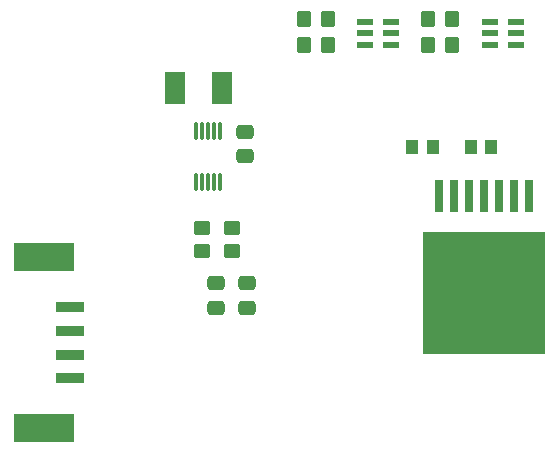
<source format=gbr>
%TF.GenerationSoftware,KiCad,Pcbnew,8.0.6*%
%TF.CreationDate,2025-05-08T15:48:42-04:00*%
%TF.ProjectId,PowerBoard2,506f7765-7242-46f6-9172-64322e6b6963,rev?*%
%TF.SameCoordinates,Original*%
%TF.FileFunction,Paste,Top*%
%TF.FilePolarity,Positive*%
%FSLAX46Y46*%
G04 Gerber Fmt 4.6, Leading zero omitted, Abs format (unit mm)*
G04 Created by KiCad (PCBNEW 8.0.6) date 2025-05-08 15:48:42*
%MOMM*%
%LPD*%
G01*
G04 APERTURE LIST*
G04 Aperture macros list*
%AMRoundRect*
0 Rectangle with rounded corners*
0 $1 Rounding radius*
0 $2 $3 $4 $5 $6 $7 $8 $9 X,Y pos of 4 corners*
0 Add a 4 corners polygon primitive as box body*
4,1,4,$2,$3,$4,$5,$6,$7,$8,$9,$2,$3,0*
0 Add four circle primitives for the rounded corners*
1,1,$1+$1,$2,$3*
1,1,$1+$1,$4,$5*
1,1,$1+$1,$6,$7*
1,1,$1+$1,$8,$9*
0 Add four rect primitives between the rounded corners*
20,1,$1+$1,$2,$3,$4,$5,0*
20,1,$1+$1,$4,$5,$6,$7,0*
20,1,$1+$1,$6,$7,$8,$9,0*
20,1,$1+$1,$8,$9,$2,$3,0*%
G04 Aperture macros list end*
%ADD10R,1.473200X0.558800*%
%ADD11RoundRect,0.250000X0.350000X0.450000X-0.350000X0.450000X-0.350000X-0.450000X0.350000X-0.450000X0*%
%ADD12RoundRect,0.250000X0.450000X-0.350000X0.450000X0.350000X-0.450000X0.350000X-0.450000X-0.350000X0*%
%ADD13RoundRect,0.035000X0.105000X-0.700000X0.105000X0.700000X-0.105000X0.700000X-0.105000X-0.700000X0*%
%ADD14RoundRect,0.250000X0.475000X-0.337500X0.475000X0.337500X-0.475000X0.337500X-0.475000X-0.337500X0*%
%ADD15RoundRect,0.250000X-0.350000X-0.450000X0.350000X-0.450000X0.350000X0.450000X-0.350000X0.450000X0*%
%ADD16RoundRect,0.250000X-0.475000X0.337500X-0.475000X-0.337500X0.475000X-0.337500X0.475000X0.337500X0*%
%ADD17R,1.005599X1.199998*%
%ADD18R,2.489200X0.889000*%
%ADD19R,5.156200X2.489200*%
%ADD20R,0.787400X2.667000*%
%ADD21R,10.414000X10.414000*%
%ADD22R,1.752600X2.794000*%
G04 APERTURE END LIST*
D10*
%TO.C,U4*%
X151364800Y-65600000D03*
X151364800Y-66550001D03*
X151364800Y-67500002D03*
X153600000Y-67500002D03*
X153600000Y-66550001D03*
X153600000Y-65600000D03*
%TD*%
D11*
%TO.C,R7*%
X148100000Y-65300000D03*
X146100000Y-65300000D03*
%TD*%
D12*
%TO.C,R3*%
X129500000Y-85000000D03*
X129500000Y-83000000D03*
%TD*%
D13*
%TO.C,U2*%
X126500000Y-79150000D03*
X127000000Y-79150000D03*
X127500000Y-79150000D03*
X128000000Y-79150000D03*
X128500000Y-79150000D03*
X128500000Y-74850000D03*
X128000000Y-74850000D03*
X127500000Y-74850000D03*
X127000000Y-74850000D03*
X126500000Y-74850000D03*
%TD*%
D14*
%TO.C,C7*%
X130800000Y-89787500D03*
X130800000Y-87712500D03*
%TD*%
%TO.C,C6*%
X128200000Y-89787500D03*
X128200000Y-87712500D03*
%TD*%
D15*
%TO.C,R6*%
X146100000Y-67500000D03*
X148100000Y-67500000D03*
%TD*%
D16*
%TO.C,C8*%
X130600000Y-74862500D03*
X130600000Y-76937500D03*
%TD*%
D17*
%TO.C,R2*%
X144794402Y-76200000D03*
X146500000Y-76200000D03*
%TD*%
D15*
%TO.C,R8*%
X135600000Y-67500000D03*
X137600000Y-67500000D03*
%TD*%
D10*
%TO.C,U5*%
X140764800Y-65600000D03*
X140764800Y-66550001D03*
X140764800Y-67500002D03*
X143000000Y-67500002D03*
X143000000Y-66550001D03*
X143000000Y-65600000D03*
%TD*%
D18*
%TO.C,5Vout*%
X115770101Y-89750003D03*
X115770101Y-91750002D03*
X115770101Y-93750003D03*
X115770101Y-95750001D03*
D19*
X113576709Y-85500004D03*
X113576709Y-100000000D03*
%TD*%
D12*
%TO.C,R4*%
X127000000Y-85000000D03*
X127000000Y-83000000D03*
%TD*%
D11*
%TO.C,R9*%
X137600000Y-65300000D03*
X135600000Y-65300000D03*
%TD*%
D20*
%TO.C,U1*%
X154670000Y-80307700D03*
X153400000Y-80307700D03*
X152130000Y-80307700D03*
X150860000Y-80307700D03*
X149590000Y-80307700D03*
X148320000Y-80307700D03*
X147050000Y-80307700D03*
D21*
X150860000Y-88550000D03*
%TD*%
D17*
%TO.C,R1*%
X149707201Y-76200000D03*
X151412799Y-76200000D03*
%TD*%
D22*
%TO.C,R5*%
X124706100Y-71200000D03*
X128693900Y-71200000D03*
%TD*%
M02*

</source>
